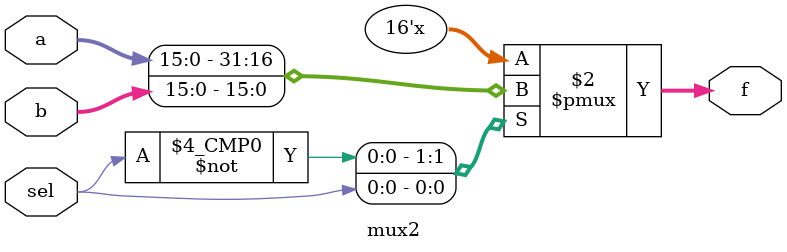
<source format=sv>
module mux2 #(parameter width = 16)
(
	input sel,
	input [width-1 : 0] a,
	input [width-1 : 0] b,
	output logic [width-1 : 0] f
);

always_comb
begin
	case (sel)
		1'b0 : f = a;
		1'b1 : f = b;
	endcase
end

endmodule : mux2
</source>
